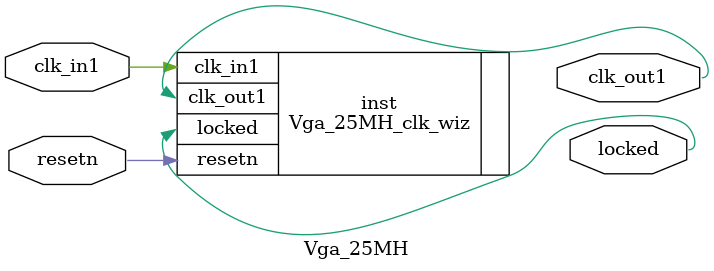
<source format=v>


`timescale 1ps/1ps

(* CORE_GENERATION_INFO = "Vga_25MH,clk_wiz_v6_0_11_0_0,{component_name=Vga_25MH,use_phase_alignment=true,use_min_o_jitter=false,use_max_i_jitter=false,use_dyn_phase_shift=false,use_inclk_switchover=false,use_dyn_reconfig=false,enable_axi=0,feedback_source=FDBK_AUTO,PRIMITIVE=MMCM,num_out_clk=1,clkin1_period=10.000,clkin2_period=10.000,use_power_down=false,use_reset=true,use_locked=true,use_inclk_stopped=false,feedback_type=SINGLE,CLOCK_MGR_TYPE=NA,manual_override=false}" *)

module Vga_25MH 
 (
  // Clock out ports
  output        clk_out1,
  // Status and control signals
  input         resetn,
  output        locked,
 // Clock in ports
  input         clk_in1
 );

  Vga_25MH_clk_wiz inst
  (
  // Clock out ports  
  .clk_out1(clk_out1),
  // Status and control signals               
  .resetn(resetn), 
  .locked(locked),
 // Clock in ports
  .clk_in1(clk_in1)
  );

endmodule

</source>
